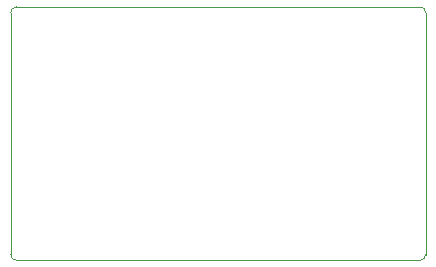
<source format=gbr>
%TF.GenerationSoftware,KiCad,Pcbnew,8.0.5*%
%TF.CreationDate,2025-02-24T18:35:13+02:00*%
%TF.ProjectId,UVCleanPCB,5556436c-6561-46e5-9043-422e6b696361,rev?*%
%TF.SameCoordinates,Original*%
%TF.FileFunction,Profile,NP*%
%FSLAX46Y46*%
G04 Gerber Fmt 4.6, Leading zero omitted, Abs format (unit mm)*
G04 Created by KiCad (PCBNEW 8.0.5) date 2025-02-24 18:35:13*
%MOMM*%
%LPD*%
G01*
G04 APERTURE LIST*
%TA.AperFunction,Profile*%
%ADD10C,0.050000*%
%TD*%
G04 APERTURE END LIST*
D10*
X209610000Y-60670000D02*
X209610000Y-81180000D01*
X209608326Y-81179959D02*
G75*
G02*
X209139999Y-81652594I-484926J12159D01*
G01*
X174470000Y-60670000D02*
G75*
G02*
X174950000Y-60190000I480000J0D01*
G01*
X174950000Y-81650000D02*
G75*
G02*
X174470000Y-81170000I0J480000D01*
G01*
X174470000Y-81170000D02*
X174470000Y-60670000D01*
X209110000Y-60180001D02*
G75*
G02*
X209610174Y-60670001I13500J-486499D01*
G01*
X174950000Y-60190000D02*
X209110000Y-60180001D01*
X209140000Y-81652630D02*
X174950000Y-81650000D01*
M02*

</source>
